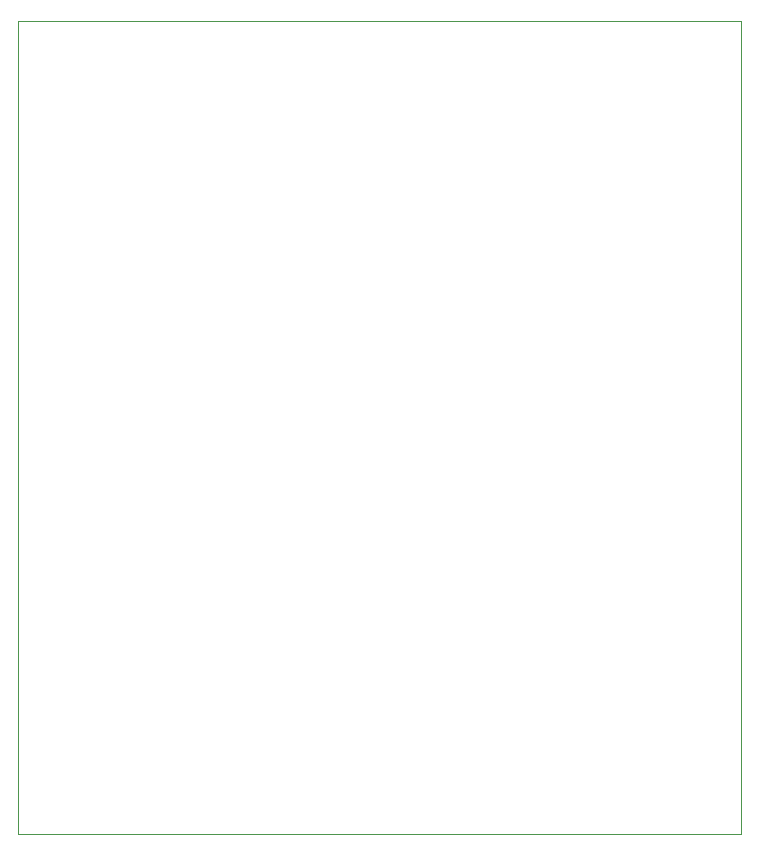
<source format=gbr>
%FSLAX23Y23*%
%MOIN*%
%SFA1B1*%

%IPPOS*%
%ADD45C,0.001000*%
%LNecu_freio_2024_equipe_imperador_profile-1*%
%LPD*%
G54D45*
X2680Y2065D02*
X5090D01*
Y4775*
X2680*
Y2065*
M02*
</source>
